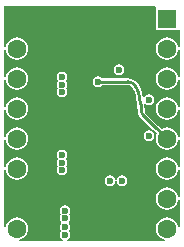
<source format=gbr>
%TF.GenerationSoftware,Altium Limited,Altium Designer,20.1.11 (218)*%
G04 Layer_Physical_Order=4*
G04 Layer_Color=16711680*
%FSLAX45Y45*%
%MOMM*%
%TF.SameCoordinates,A58613BD-9F4A-4EB4-9302-7A3247439128*%
%TF.FilePolarity,Positive*%
%TF.FileFunction,Copper,L4,Bot,Signal*%
%TF.Part,Single*%
G01*
G75*
%TA.AperFunction,Conductor*%
%ADD10C,0.24999*%
%TA.AperFunction,ComponentPad*%
%ADD21C,1.60000*%
%ADD22R,1.60000X1.60000*%
%TA.AperFunction,ViaPad*%
%ADD23C,0.60000*%
G36*
X1302000Y2000000D02*
X1302000Y1998909D01*
Y1810000D01*
X1490909D01*
X1492000Y1810000D01*
X1503609Y1807367D01*
Y1666341D01*
X1490909Y1665509D01*
X1489555Y1675800D01*
X1479982Y1698910D01*
X1464754Y1718754D01*
X1444910Y1733982D01*
X1421800Y1743555D01*
X1397000Y1746819D01*
X1372200Y1743555D01*
X1349090Y1733982D01*
X1329245Y1718754D01*
X1314018Y1698910D01*
X1304445Y1675800D01*
X1301181Y1651000D01*
X1304445Y1626200D01*
X1314018Y1603090D01*
X1329245Y1583245D01*
X1349090Y1568018D01*
X1372200Y1558445D01*
X1397000Y1555181D01*
X1421800Y1558445D01*
X1444910Y1568018D01*
X1464754Y1583245D01*
X1479982Y1603090D01*
X1489555Y1626200D01*
X1490909Y1636491D01*
X1503609Y1635659D01*
Y1412341D01*
X1490909Y1411509D01*
X1489555Y1421800D01*
X1479982Y1444910D01*
X1464754Y1464754D01*
X1444910Y1479982D01*
X1421800Y1489555D01*
X1397000Y1492819D01*
X1372200Y1489555D01*
X1349090Y1479982D01*
X1329245Y1464754D01*
X1314018Y1444910D01*
X1304445Y1421800D01*
X1301181Y1397000D01*
X1304445Y1372200D01*
X1314018Y1349090D01*
X1329245Y1329245D01*
X1349090Y1314018D01*
X1372200Y1304445D01*
X1397000Y1301181D01*
X1421800Y1304445D01*
X1444910Y1314018D01*
X1464754Y1329245D01*
X1479982Y1349090D01*
X1489555Y1372200D01*
X1490909Y1382491D01*
X1503609Y1381659D01*
Y1158341D01*
X1490909Y1157509D01*
X1489555Y1167800D01*
X1479982Y1190910D01*
X1464754Y1210754D01*
X1444910Y1225982D01*
X1421800Y1235555D01*
X1397000Y1238819D01*
X1372200Y1235555D01*
X1349090Y1225982D01*
X1329245Y1210754D01*
X1314018Y1190910D01*
X1304445Y1167800D01*
X1301181Y1143000D01*
X1304445Y1118200D01*
X1314018Y1095090D01*
X1329245Y1075245D01*
X1349090Y1060018D01*
X1372200Y1050445D01*
X1397000Y1047181D01*
X1421800Y1050445D01*
X1444910Y1060018D01*
X1464754Y1075245D01*
X1479982Y1095090D01*
X1489555Y1118200D01*
X1490909Y1128491D01*
X1503609Y1127659D01*
Y904341D01*
X1490909Y903509D01*
X1489555Y913800D01*
X1479982Y936910D01*
X1464754Y956754D01*
X1444910Y971982D01*
X1421800Y981555D01*
X1397000Y984819D01*
X1372200Y981555D01*
X1352265Y973297D01*
X1321960Y998576D01*
X1213967Y1106569D01*
X1213829Y1107036D01*
X1213004Y1111183D01*
X1212295Y1112245D01*
X1211934Y1113471D01*
X1209277Y1116762D01*
X1208809Y1117462D01*
X1201502Y1179843D01*
X1209592Y1185093D01*
X1213484Y1185870D01*
X1227042Y1176811D01*
X1244600Y1173318D01*
X1262158Y1176811D01*
X1277043Y1186757D01*
X1286989Y1201642D01*
X1290482Y1219200D01*
X1286989Y1236758D01*
X1277043Y1251643D01*
X1262158Y1261589D01*
X1244600Y1265082D01*
X1227042Y1261589D01*
X1212157Y1251643D01*
X1205258Y1241319D01*
X1191977Y1244302D01*
X1189740Y1259380D01*
X1189584Y1260438D01*
X1189574Y1260476D01*
X1186860Y1271616D01*
X1186860Y1271616D01*
X1175947Y1307591D01*
X1157020Y1343002D01*
X1131547Y1374041D01*
X1131112Y1374091D01*
X1113017Y1387975D01*
X1091625Y1396836D01*
X1068670Y1399858D01*
Y1399638D01*
X848187D01*
X845243Y1404043D01*
X830358Y1413989D01*
X812800Y1417482D01*
X795242Y1413989D01*
X780357Y1404043D01*
X770411Y1389158D01*
X766918Y1371600D01*
X770411Y1354042D01*
X780357Y1339157D01*
X795242Y1329211D01*
X812800Y1325718D01*
X830358Y1329211D01*
X845243Y1339157D01*
X848187Y1343562D01*
X1068670D01*
Y1343451D01*
X1081026Y1340993D01*
X1091394Y1334065D01*
X1099290Y1324649D01*
X1110007Y1311590D01*
X1123710Y1285954D01*
X1131611Y1259910D01*
X1131610Y1259910D01*
X1131611D01*
X1134591Y1247682D01*
X1145153Y1176483D01*
X1145418Y1176514D01*
X1145435Y1176497D01*
X1154234Y1101378D01*
X1155807Y1096519D01*
X1157249Y1091622D01*
X1157486Y1091329D01*
X1157602Y1090969D01*
X1160238Y1087876D01*
X1161197Y1083053D01*
X1167275Y1073957D01*
X1282405Y958827D01*
X1282407Y958825D01*
X1282408Y958824D01*
X1283206Y958026D01*
X1284266Y957318D01*
X1285068Y956324D01*
X1312561Y933392D01*
X1304445Y913800D01*
X1301181Y889000D01*
X1304445Y864200D01*
X1314018Y841090D01*
X1329245Y821246D01*
X1349090Y806018D01*
X1372200Y796445D01*
X1397000Y793181D01*
X1421800Y796445D01*
X1444910Y806018D01*
X1464754Y821246D01*
X1479982Y841090D01*
X1489555Y864200D01*
X1490909Y874491D01*
X1503609Y873659D01*
Y650341D01*
X1490909Y649509D01*
X1489555Y659800D01*
X1479982Y682910D01*
X1464754Y702754D01*
X1444910Y717982D01*
X1421800Y727555D01*
X1397000Y730819D01*
X1372200Y727555D01*
X1349090Y717982D01*
X1329245Y702754D01*
X1314018Y682910D01*
X1304445Y659800D01*
X1301181Y635000D01*
X1304445Y610200D01*
X1314018Y587090D01*
X1329245Y567245D01*
X1349090Y552018D01*
X1372200Y542445D01*
X1397000Y539181D01*
X1421800Y542445D01*
X1444910Y552018D01*
X1464754Y567245D01*
X1479982Y587090D01*
X1489555Y610200D01*
X1490909Y620491D01*
X1503609Y619659D01*
Y396341D01*
X1490909Y395509D01*
X1489555Y405800D01*
X1479982Y428910D01*
X1464754Y448754D01*
X1444910Y463982D01*
X1421800Y473555D01*
X1397000Y476819D01*
X1372200Y473555D01*
X1349090Y463982D01*
X1329245Y448754D01*
X1314018Y428910D01*
X1304445Y405800D01*
X1301181Y381000D01*
X1304445Y356200D01*
X1314018Y333090D01*
X1329245Y313245D01*
X1349090Y298018D01*
X1372200Y288445D01*
X1397000Y285181D01*
X1421800Y288445D01*
X1444910Y298018D01*
X1464754Y313245D01*
X1479982Y333090D01*
X1489555Y356200D01*
X1490909Y366491D01*
X1503609Y365659D01*
Y142341D01*
X1490909Y141509D01*
X1489555Y151800D01*
X1479982Y174910D01*
X1464754Y194755D01*
X1444910Y209982D01*
X1421800Y219555D01*
X1397000Y222819D01*
X1372200Y219555D01*
X1349090Y209982D01*
X1329245Y194755D01*
X1314018Y174910D01*
X1304445Y151800D01*
X1301181Y127000D01*
X1304445Y102200D01*
X1314018Y79090D01*
X1329245Y59246D01*
X1349090Y44018D01*
X1372200Y34445D01*
X1382491Y33091D01*
X1381659Y20391D01*
X548588D01*
X547337Y33091D01*
X550958Y33811D01*
X565843Y43757D01*
X575789Y58642D01*
X579282Y76200D01*
X575789Y93758D01*
X566306Y107950D01*
X575789Y122142D01*
X579282Y139700D01*
X575789Y157258D01*
X567673Y169405D01*
X566580Y177800D01*
X567673Y186195D01*
X575789Y198342D01*
X579282Y215900D01*
X575789Y233458D01*
X566306Y247650D01*
X575789Y261842D01*
X579282Y279400D01*
X575789Y296958D01*
X565843Y311843D01*
X550958Y321789D01*
X533400Y325282D01*
X515842Y321789D01*
X500957Y311843D01*
X491011Y296958D01*
X487518Y279400D01*
X491011Y261842D01*
X500494Y247650D01*
X491011Y233458D01*
X487518Y215900D01*
X491011Y198342D01*
X499127Y186195D01*
X500220Y177800D01*
X499127Y169405D01*
X491011Y157258D01*
X487518Y139700D01*
X491011Y122142D01*
X500494Y107950D01*
X491011Y93758D01*
X487518Y76200D01*
X491011Y58642D01*
X500957Y43757D01*
X515842Y33811D01*
X519463Y33091D01*
X518212Y20391D01*
X142341D01*
X141509Y33091D01*
X151800Y34445D01*
X174910Y44018D01*
X194755Y59246D01*
X209982Y79090D01*
X219555Y102200D01*
X222819Y127000D01*
X219555Y151800D01*
X209982Y174910D01*
X194755Y194755D01*
X174910Y209982D01*
X151800Y219555D01*
X127000Y222819D01*
X102200Y219555D01*
X79090Y209982D01*
X59246Y194755D01*
X44018Y174910D01*
X34445Y151800D01*
X33091Y141509D01*
X20391Y142341D01*
Y619659D01*
X33091Y620491D01*
X34445Y610200D01*
X44018Y587090D01*
X59246Y567245D01*
X79090Y552018D01*
X102200Y542445D01*
X127000Y539181D01*
X151800Y542445D01*
X174910Y552018D01*
X194755Y567245D01*
X209982Y587090D01*
X219555Y610200D01*
X222819Y635000D01*
X219555Y659800D01*
X209982Y682910D01*
X194755Y702754D01*
X174910Y717982D01*
X151800Y727555D01*
X127000Y730819D01*
X102200Y727555D01*
X79090Y717982D01*
X59246Y702754D01*
X44018Y682910D01*
X34445Y659800D01*
X33091Y649509D01*
X20391Y650341D01*
Y873659D01*
X33091Y874491D01*
X34445Y864200D01*
X44018Y841090D01*
X59246Y821246D01*
X79090Y806018D01*
X102200Y796445D01*
X127000Y793181D01*
X151800Y796445D01*
X174910Y806018D01*
X194755Y821246D01*
X209982Y841090D01*
X219555Y864200D01*
X222819Y889000D01*
X219555Y913800D01*
X209982Y936910D01*
X194755Y956754D01*
X174910Y971982D01*
X151800Y981555D01*
X127000Y984819D01*
X102200Y981555D01*
X79090Y971982D01*
X59246Y956754D01*
X44018Y936910D01*
X34445Y913800D01*
X33091Y903509D01*
X20391Y904341D01*
Y1127659D01*
X33091Y1128491D01*
X34445Y1118200D01*
X44018Y1095090D01*
X59246Y1075245D01*
X79090Y1060018D01*
X102200Y1050445D01*
X127000Y1047181D01*
X151800Y1050445D01*
X174910Y1060018D01*
X194755Y1075245D01*
X209982Y1095090D01*
X219555Y1118200D01*
X222819Y1143000D01*
X219555Y1167800D01*
X209982Y1190910D01*
X194755Y1210754D01*
X174910Y1225982D01*
X151800Y1235555D01*
X127000Y1238819D01*
X102200Y1235555D01*
X79090Y1225982D01*
X59246Y1210754D01*
X44018Y1190910D01*
X34445Y1167800D01*
X33091Y1157509D01*
X20391Y1158341D01*
Y1381659D01*
X33091Y1382491D01*
X34445Y1372200D01*
X44018Y1349090D01*
X59246Y1329245D01*
X79090Y1314018D01*
X102200Y1304445D01*
X127000Y1301181D01*
X151800Y1304445D01*
X174910Y1314018D01*
X194755Y1329245D01*
X209982Y1349090D01*
X219555Y1372200D01*
X222819Y1397000D01*
X219555Y1421800D01*
X209982Y1444910D01*
X194755Y1464754D01*
X174910Y1479982D01*
X151800Y1489555D01*
X127000Y1492819D01*
X102200Y1489555D01*
X79090Y1479982D01*
X59246Y1464754D01*
X44018Y1444910D01*
X34445Y1421800D01*
X33091Y1411509D01*
X20391Y1412341D01*
Y1635659D01*
X33091Y1636491D01*
X34445Y1626200D01*
X44018Y1603090D01*
X59246Y1583245D01*
X79090Y1568018D01*
X102200Y1558445D01*
X127000Y1555181D01*
X151800Y1558445D01*
X174910Y1568018D01*
X194755Y1583245D01*
X209982Y1603090D01*
X219555Y1626200D01*
X222819Y1651000D01*
X219555Y1675800D01*
X209982Y1698910D01*
X194755Y1718754D01*
X174910Y1733982D01*
X151800Y1743555D01*
X127000Y1746819D01*
X102200Y1743555D01*
X79090Y1733982D01*
X59246Y1718754D01*
X44018Y1698910D01*
X34445Y1675800D01*
X33091Y1665509D01*
X20391Y1666341D01*
Y2011609D01*
X1299367D01*
X1302000Y2000000D01*
D02*
G37*
%LPC*%
G36*
X990600Y1519082D02*
X973042Y1515589D01*
X958157Y1505643D01*
X948211Y1490758D01*
X944718Y1473200D01*
X948211Y1455642D01*
X958157Y1440757D01*
X973042Y1430811D01*
X990600Y1427318D01*
X1008158Y1430811D01*
X1023043Y1440757D01*
X1032989Y1455642D01*
X1036482Y1473200D01*
X1032989Y1490758D01*
X1023043Y1505643D01*
X1008158Y1515589D01*
X990600Y1519082D01*
D02*
G37*
G36*
X508000Y1455582D02*
X490442Y1452089D01*
X475557Y1442143D01*
X465611Y1427258D01*
X462118Y1409700D01*
X465611Y1392142D01*
X475094Y1377950D01*
X465611Y1363758D01*
X462118Y1346200D01*
X465611Y1328642D01*
X475094Y1314450D01*
X465611Y1300258D01*
X462118Y1282700D01*
X465611Y1265142D01*
X475557Y1250257D01*
X490442Y1240311D01*
X508000Y1236818D01*
X525558Y1240311D01*
X540443Y1250257D01*
X550389Y1265142D01*
X553882Y1282700D01*
X550389Y1300258D01*
X540906Y1314450D01*
X550389Y1328642D01*
X553882Y1346200D01*
X550389Y1363758D01*
X540906Y1377950D01*
X550389Y1392142D01*
X553882Y1409700D01*
X550389Y1427258D01*
X540443Y1442143D01*
X525558Y1452089D01*
X508000Y1455582D01*
D02*
G37*
G36*
X1244600Y960282D02*
X1227042Y956789D01*
X1212157Y946843D01*
X1202211Y931958D01*
X1198718Y914400D01*
X1202211Y896842D01*
X1212157Y881957D01*
X1227042Y872011D01*
X1244600Y868518D01*
X1262158Y872011D01*
X1277043Y881957D01*
X1286989Y896842D01*
X1290482Y914400D01*
X1286989Y931958D01*
X1277043Y946843D01*
X1262158Y956789D01*
X1244600Y960282D01*
D02*
G37*
G36*
X508000Y795182D02*
X490442Y791689D01*
X475557Y781743D01*
X465611Y766858D01*
X462118Y749300D01*
X465611Y731742D01*
X475094Y717550D01*
X465611Y703358D01*
X462118Y685800D01*
X465611Y668242D01*
X475094Y654050D01*
X465611Y639858D01*
X462118Y622300D01*
X465611Y604742D01*
X475557Y589857D01*
X490442Y579911D01*
X508000Y576418D01*
X525558Y579911D01*
X540443Y589857D01*
X550389Y604742D01*
X553882Y622300D01*
X550389Y639858D01*
X540906Y654050D01*
X550389Y668242D01*
X553882Y685800D01*
X550389Y703358D01*
X540906Y717550D01*
X550389Y731742D01*
X553882Y749300D01*
X550389Y766858D01*
X540443Y781743D01*
X525558Y791689D01*
X508000Y795182D01*
D02*
G37*
G36*
X1016000Y579282D02*
X998442Y575789D01*
X983557Y565843D01*
X973611Y550958D01*
X971674Y541222D01*
X958726D01*
X956789Y550958D01*
X946843Y565843D01*
X931958Y575789D01*
X914400Y579282D01*
X896842Y575789D01*
X881957Y565843D01*
X872011Y550958D01*
X868518Y533400D01*
X872011Y515842D01*
X881957Y500957D01*
X896842Y491011D01*
X914400Y487518D01*
X931958Y491011D01*
X946843Y500957D01*
X956789Y515842D01*
X958726Y525578D01*
X971674D01*
X973611Y515842D01*
X983557Y500957D01*
X998442Y491011D01*
X1016000Y487518D01*
X1033558Y491011D01*
X1048443Y500957D01*
X1058389Y515842D01*
X1061882Y533400D01*
X1058389Y550958D01*
X1048443Y565843D01*
X1033558Y575789D01*
X1016000Y579282D01*
D02*
G37*
%LPD*%
D10*
X1173282Y1179759D02*
G03*
X1159223Y1265760I-939468J-109436D01*
G01*
D02*
G03*
X1111405Y1353898I-172507J-36551D01*
G01*
X1111239Y1354064D02*
G03*
X1068670Y1371600I-42569J-42899D01*
G01*
X1303028Y977855D02*
X1395976Y900322D01*
X1396909Y890009D01*
X1397000Y889000D01*
X1187101Y1093783D02*
X1302231Y978653D01*
X1303029Y977855D01*
X1187101Y1093783D02*
Y1100453D01*
X1182082Y1104640D02*
X1187101Y1100453D01*
X1180969Y1114138D02*
Y1114138D01*
Y1114138D02*
X1182082Y1104640D01*
X1173282Y1179759D02*
X1180969Y1114138D01*
X1111239Y1354063D02*
X1111404Y1353898D01*
X812800Y1371600D02*
X1068670D01*
D21*
X1397000Y635000D02*
D03*
X127000Y127000D02*
D03*
Y381000D02*
D03*
Y889000D02*
D03*
Y1397000D02*
D03*
Y1651000D02*
D03*
Y1143000D02*
D03*
Y635000D02*
D03*
X1397000Y127000D02*
D03*
Y381000D02*
D03*
Y889000D02*
D03*
Y1397000D02*
D03*
Y1651000D02*
D03*
Y1143000D02*
D03*
D22*
X127000Y1905000D02*
D03*
X1397000D02*
D03*
D23*
X533400Y139700D02*
D03*
X609600Y1168400D02*
D03*
Y1092200D02*
D03*
Y1016000D02*
D03*
X685800Y1168400D02*
D03*
Y1092200D02*
D03*
Y1016000D02*
D03*
X762000Y1168400D02*
D03*
Y1092200D02*
D03*
Y1016000D02*
D03*
X838200Y1168400D02*
D03*
Y1092200D02*
D03*
Y1016000D02*
D03*
X609600Y939800D02*
D03*
X685800D02*
D03*
X762000D02*
D03*
X838200D02*
D03*
X914400Y1168400D02*
D03*
Y1092200D02*
D03*
Y1016000D02*
D03*
Y939800D02*
D03*
X762000Y863600D02*
D03*
X838200D02*
D03*
X685800D02*
D03*
X609600D02*
D03*
X914400D02*
D03*
X990600Y139700D02*
D03*
Y215900D02*
D03*
X533400D02*
D03*
X508000Y685800D02*
D03*
Y622300D02*
D03*
X279400Y685800D02*
D03*
Y622300D02*
D03*
X508000Y1346200D02*
D03*
Y1409700D02*
D03*
X279400Y1346200D02*
D03*
Y1409700D02*
D03*
X1244600Y914400D02*
D03*
X508000Y1282700D02*
D03*
X279400D02*
D03*
X812800Y1371600D02*
D03*
X1016000Y533400D02*
D03*
X914400D02*
D03*
X990600Y279400D02*
D03*
X1244600Y1219200D02*
D03*
Y1117600D02*
D03*
X990600Y1473200D02*
D03*
Y76200D02*
D03*
X533400D02*
D03*
Y279400D02*
D03*
X508000Y749300D02*
D03*
X279400D02*
D03*
%TF.MD5,db07452f23dfc52761734b8ddb6f3d64*%
M02*

</source>
